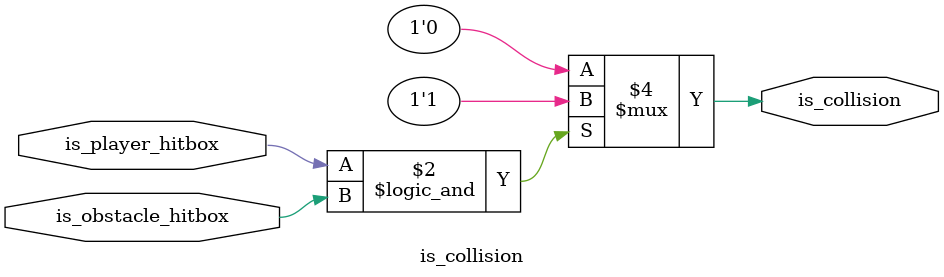
<source format=v>
`timescale 1ns / 1ps


module is_collision(
    input is_player_hitbox,
    input is_obstacle_hitbox,
    
    output reg is_collision);
    always @ (*) begin
        if ( is_player_hitbox && is_obstacle_hitbox ) begin
            is_collision <= 1;
        end
        else begin
            is_collision <= 0;
        end
    end
endmodule

</source>
